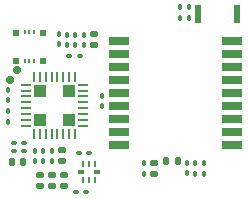
<source format=gbr>
%TF.GenerationSoftware,KiCad,Pcbnew,9.0.6-rc1*%
%TF.CreationDate,2025-12-13T16:16:27+01:00*%
%TF.ProjectId,hardware_V8,68617264-7761-4726-955f-56382e6b6963,rev?*%
%TF.SameCoordinates,Original*%
%TF.FileFunction,Paste,Top*%
%TF.FilePolarity,Positive*%
%FSLAX46Y46*%
G04 Gerber Fmt 4.6, Leading zero omitted, Abs format (unit mm)*
G04 Created by KiCad (PCBNEW 9.0.6-rc1) date 2025-12-13 16:16:27*
%MOMM*%
%LPD*%
G01*
G04 APERTURE LIST*
G04 Aperture macros list*
%AMRoundRect*
0 Rectangle with rounded corners*
0 $1 Rounding radius*
0 $2 $3 $4 $5 $6 $7 $8 $9 X,Y pos of 4 corners*
0 Add a 4 corners polygon primitive as box body*
4,1,4,$2,$3,$4,$5,$6,$7,$8,$9,$2,$3,0*
0 Add four circle primitives for the rounded corners*
1,1,$1+$1,$2,$3*
1,1,$1+$1,$4,$5*
1,1,$1+$1,$6,$7*
1,1,$1+$1,$8,$9*
0 Add four rect primitives between the rounded corners*
20,1,$1+$1,$2,$3,$4,$5,0*
20,1,$1+$1,$4,$5,$6,$7,0*
20,1,$1+$1,$6,$7,$8,$9,0*
20,1,$1+$1,$8,$9,$2,$3,0*%
G04 Aperture macros list end*
%ADD10RoundRect,0.135000X0.135000X0.185000X-0.135000X0.185000X-0.135000X-0.185000X0.135000X-0.185000X0*%
%ADD11R,0.550000X1.500000*%
%ADD12R,1.000000X1.000000*%
%ADD13RoundRect,0.062500X0.062500X-0.375000X0.062500X0.375000X-0.062500X0.375000X-0.062500X-0.375000X0*%
%ADD14RoundRect,0.062500X0.375000X-0.062500X0.375000X0.062500X-0.375000X0.062500X-0.375000X-0.062500X0*%
%ADD15RoundRect,0.090000X-0.090000X0.139000X-0.090000X-0.139000X0.090000X-0.139000X0.090000X0.139000X0*%
%ADD16C,0.700000*%
%ADD17RoundRect,0.090000X0.090000X-0.139000X0.090000X0.139000X-0.090000X0.139000X-0.090000X-0.139000X0*%
%ADD18RoundRect,0.090000X-0.139000X-0.090000X0.139000X-0.090000X0.139000X0.090000X-0.139000X0.090000X0*%
%ADD19RoundRect,0.090000X0.139000X0.090000X-0.139000X0.090000X-0.139000X-0.090000X0.139000X-0.090000X0*%
%ADD20RoundRect,0.147500X-0.147500X-0.172500X0.147500X-0.172500X0.147500X0.172500X-0.147500X0.172500X0*%
%ADD21RoundRect,0.147500X-0.172500X0.147500X-0.172500X-0.147500X0.172500X-0.147500X0.172500X0.147500X0*%
%ADD22R,0.240000X0.450000*%
%ADD23R,0.500000X0.470000*%
%ADD24R,1.800000X0.700000*%
%ADD25R,1.800000X0.800000*%
%ADD26R,0.250000X0.550000*%
%ADD27R,0.200000X0.550000*%
%ADD28R,0.600000X0.300000*%
%ADD29RoundRect,0.140000X0.170000X-0.140000X0.170000X0.140000X-0.170000X0.140000X-0.170000X-0.140000X0*%
%ADD30RoundRect,0.140000X-0.170000X0.140000X-0.170000X-0.140000X0.170000X-0.140000X0.170000X0.140000X0*%
G04 APERTURE END LIST*
D10*
%TO.C,R8*%
X108760000Y-105400000D03*
X107740000Y-105400000D03*
%TD*%
D11*
%TO.C,SW4*%
X110525000Y-92950000D03*
X113775000Y-92950000D03*
%TD*%
D12*
%TO.C,U1*%
X97117500Y-101870000D03*
X99557500Y-101870000D03*
X99557500Y-99430000D03*
X97117500Y-99430000D03*
D13*
X96587500Y-103087500D03*
X97087500Y-103087500D03*
X97587500Y-103087500D03*
X98087500Y-103087500D03*
X98587500Y-103087500D03*
X99087500Y-103087500D03*
X99587500Y-103087500D03*
X100087500Y-103087500D03*
D14*
X100775000Y-102400000D03*
X100775000Y-101900000D03*
X100775000Y-101400000D03*
X100775000Y-100900000D03*
X100775000Y-100400000D03*
X100775000Y-99900000D03*
X100775000Y-99400000D03*
X100775000Y-98900000D03*
D13*
X100087500Y-98212500D03*
X99587500Y-98212500D03*
X99087500Y-98212500D03*
X98587500Y-98212500D03*
X98087500Y-98212500D03*
X97587500Y-98212500D03*
X97087500Y-98212500D03*
X96587500Y-98212500D03*
D14*
X95900000Y-98900000D03*
X95900000Y-99400000D03*
X95900000Y-99900000D03*
X95900000Y-100400000D03*
X95900000Y-100900000D03*
X95900000Y-101400000D03*
X95900000Y-101900000D03*
X95900000Y-102400000D03*
%TD*%
D15*
%TO.C,R1*%
X94400000Y-100232500D03*
X94400000Y-99367500D03*
%TD*%
D16*
%TO.C,TP4*%
X95200000Y-97700000D03*
%TD*%
%TO.C,TP3*%
X94600000Y-98500000D03*
%TD*%
D15*
%TO.C,R23*%
X96700000Y-104517500D03*
X96700000Y-105382500D03*
%TD*%
D17*
%TO.C,R22*%
X98700000Y-95500000D03*
X98700000Y-94635000D03*
%TD*%
D18*
%TO.C,R21*%
X100175000Y-108000000D03*
X101040000Y-108000000D03*
%TD*%
D19*
%TO.C,R20*%
X101232500Y-104700000D03*
X100367500Y-104700000D03*
%TD*%
D15*
%TO.C,R19*%
X99400000Y-94667500D03*
X99400000Y-95532500D03*
%TD*%
%TO.C,R16*%
X110250000Y-105567500D03*
X110250000Y-106432500D03*
%TD*%
%TO.C,R10*%
X110950000Y-105567500D03*
X110950000Y-106432500D03*
%TD*%
D17*
%TO.C,R6*%
X109000000Y-93232500D03*
X109000000Y-92367500D03*
%TD*%
D18*
%TO.C,R4*%
X94867500Y-104500000D03*
X95732500Y-104500000D03*
%TD*%
D19*
%TO.C,R3*%
X100465000Y-96500000D03*
X99600000Y-96500000D03*
%TD*%
D15*
%TO.C,R2*%
X94400000Y-101167500D03*
X94400000Y-102032500D03*
%TD*%
D20*
%TO.C,LEDRED1*%
X94715000Y-105470000D03*
X95685000Y-105470000D03*
%TD*%
D21*
%TO.C,LEDGREEN1*%
X99100000Y-106515000D03*
X99100000Y-107485000D03*
%TD*%
%TO.C,LEDBLUE1*%
X98100000Y-106515000D03*
X98100000Y-107485000D03*
%TD*%
D22*
%TO.C,J2*%
X96600000Y-94475000D03*
X96200000Y-94475000D03*
X95800000Y-94475000D03*
X95800000Y-96925000D03*
X96200000Y-96925000D03*
X96600000Y-96925000D03*
D23*
X97350000Y-94505000D03*
X95050000Y-94505000D03*
X95050000Y-96895000D03*
X97350000Y-96895000D03*
%TD*%
D24*
%TO.C,IC4*%
X103827500Y-95237500D03*
D25*
X103827500Y-96337500D03*
X103827500Y-97437500D03*
X103827500Y-98537500D03*
X103827500Y-99637500D03*
X103827500Y-100737500D03*
X103827500Y-101837500D03*
X103827500Y-102937500D03*
D24*
X103827500Y-104037500D03*
X113327500Y-104037500D03*
D25*
X113327500Y-102937500D03*
X113327500Y-101837500D03*
X113327500Y-100737500D03*
X113327500Y-99637500D03*
X113327500Y-98537500D03*
X113327500Y-97437500D03*
X113327500Y-96337500D03*
D24*
X113327500Y-95237500D03*
%TD*%
D26*
%TO.C,IC1*%
X100750000Y-106975000D03*
D27*
X101250000Y-106975000D03*
D26*
X101750000Y-106975000D03*
D28*
X101900000Y-106300000D03*
D26*
X101750000Y-105625000D03*
D27*
X101250000Y-105625000D03*
D26*
X100750000Y-105625000D03*
D28*
X100600000Y-106300000D03*
%TD*%
D29*
%TO.C,C29*%
X97100000Y-107480000D03*
X97100000Y-106520000D03*
%TD*%
D30*
%TO.C,C28*%
X106800000Y-105520000D03*
X106800000Y-106480000D03*
%TD*%
D17*
%TO.C,C27*%
X97400000Y-105382500D03*
X97400000Y-104517500D03*
%TD*%
D15*
%TO.C,C26*%
X105900000Y-105567500D03*
X105900000Y-106432500D03*
%TD*%
D17*
%TO.C,C25*%
X102340000Y-100732500D03*
X102340000Y-99867500D03*
%TD*%
D30*
%TO.C,C19*%
X101700000Y-94620000D03*
X101700000Y-95580000D03*
%TD*%
D17*
%TO.C,C18*%
X109700000Y-93232500D03*
X109700000Y-92367500D03*
%TD*%
D29*
%TO.C,C16*%
X99000000Y-105380000D03*
X99000000Y-104420000D03*
%TD*%
D17*
%TO.C,C15*%
X98100000Y-105382500D03*
X98100000Y-104517500D03*
%TD*%
%TO.C,C14*%
X100100000Y-95532500D03*
X100100000Y-94667500D03*
%TD*%
D15*
%TO.C,C13*%
X100800000Y-94667500D03*
X100800000Y-95532500D03*
%TD*%
D18*
%TO.C,C10*%
X94867500Y-103800000D03*
X95732500Y-103800000D03*
%TD*%
D17*
%TO.C,C8*%
X109550000Y-106400000D03*
X109550000Y-105535000D03*
%TD*%
M02*

</source>
